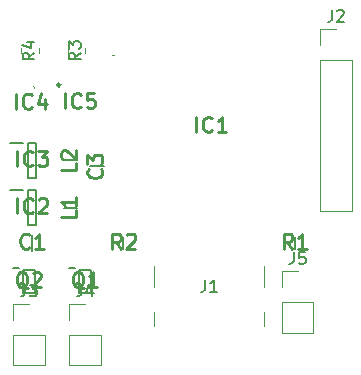
<source format=gbr>
%TF.GenerationSoftware,KiCad,Pcbnew,(7.0.0)*%
%TF.CreationDate,2023-03-11T14:16:37+01:00*%
%TF.ProjectId,AVI_Computer,4156495f-436f-46d7-9075-7465722e6b69,rev?*%
%TF.SameCoordinates,Original*%
%TF.FileFunction,Legend,Top*%
%TF.FilePolarity,Positive*%
%FSLAX46Y46*%
G04 Gerber Fmt 4.6, Leading zero omitted, Abs format (unit mm)*
G04 Created by KiCad (PCBNEW (7.0.0)) date 2023-03-11 14:16:37*
%MOMM*%
%LPD*%
G01*
G04 APERTURE LIST*
%ADD10C,0.150000*%
%ADD11C,0.254000*%
%ADD12C,0.120000*%
%ADD13C,0.200000*%
%ADD14C,0.100000*%
%ADD15C,0.250000*%
G04 APERTURE END LIST*
D10*
%TO.C,J1*%
X160416666Y-123617380D02*
X160416666Y-124331666D01*
X160416666Y-124331666D02*
X160369047Y-124474523D01*
X160369047Y-124474523D02*
X160273809Y-124569761D01*
X160273809Y-124569761D02*
X160130952Y-124617380D01*
X160130952Y-124617380D02*
X160035714Y-124617380D01*
X161416666Y-124617380D02*
X160845238Y-124617380D01*
X161130952Y-124617380D02*
X161130952Y-123617380D01*
X161130952Y-123617380D02*
X161035714Y-123760238D01*
X161035714Y-123760238D02*
X160940476Y-123855476D01*
X160940476Y-123855476D02*
X160845238Y-123903095D01*
%TO.C,R3*%
X149867380Y-104366666D02*
X149391190Y-104699999D01*
X149867380Y-104938094D02*
X148867380Y-104938094D01*
X148867380Y-104938094D02*
X148867380Y-104557142D01*
X148867380Y-104557142D02*
X148915000Y-104461904D01*
X148915000Y-104461904D02*
X148962619Y-104414285D01*
X148962619Y-104414285D02*
X149057857Y-104366666D01*
X149057857Y-104366666D02*
X149200714Y-104366666D01*
X149200714Y-104366666D02*
X149295952Y-104414285D01*
X149295952Y-104414285D02*
X149343571Y-104461904D01*
X149343571Y-104461904D02*
X149391190Y-104557142D01*
X149391190Y-104557142D02*
X149391190Y-104938094D01*
X148867380Y-104033332D02*
X148867380Y-103414285D01*
X148867380Y-103414285D02*
X149248333Y-103747618D01*
X149248333Y-103747618D02*
X149248333Y-103604761D01*
X149248333Y-103604761D02*
X149295952Y-103509523D01*
X149295952Y-103509523D02*
X149343571Y-103461904D01*
X149343571Y-103461904D02*
X149438809Y-103414285D01*
X149438809Y-103414285D02*
X149676904Y-103414285D01*
X149676904Y-103414285D02*
X149772142Y-103461904D01*
X149772142Y-103461904D02*
X149819761Y-103509523D01*
X149819761Y-103509523D02*
X149867380Y-103604761D01*
X149867380Y-103604761D02*
X149867380Y-103890475D01*
X149867380Y-103890475D02*
X149819761Y-103985713D01*
X149819761Y-103985713D02*
X149772142Y-104033332D01*
D11*
%TO.C,R2*%
X153288333Y-120966573D02*
X152864999Y-120361811D01*
X152562618Y-120966573D02*
X152562618Y-119696573D01*
X152562618Y-119696573D02*
X153046428Y-119696573D01*
X153046428Y-119696573D02*
X153167380Y-119757050D01*
X153167380Y-119757050D02*
X153227857Y-119817526D01*
X153227857Y-119817526D02*
X153288333Y-119938478D01*
X153288333Y-119938478D02*
X153288333Y-120119907D01*
X153288333Y-120119907D02*
X153227857Y-120240859D01*
X153227857Y-120240859D02*
X153167380Y-120301335D01*
X153167380Y-120301335D02*
X153046428Y-120361811D01*
X153046428Y-120361811D02*
X152562618Y-120361811D01*
X153772142Y-119817526D02*
X153832618Y-119757050D01*
X153832618Y-119757050D02*
X153953571Y-119696573D01*
X153953571Y-119696573D02*
X154255952Y-119696573D01*
X154255952Y-119696573D02*
X154376904Y-119757050D01*
X154376904Y-119757050D02*
X154437380Y-119817526D01*
X154437380Y-119817526D02*
X154497857Y-119938478D01*
X154497857Y-119938478D02*
X154497857Y-120059430D01*
X154497857Y-120059430D02*
X154437380Y-120240859D01*
X154437380Y-120240859D02*
X153711666Y-120966573D01*
X153711666Y-120966573D02*
X154497857Y-120966573D01*
D10*
%TO.C,J2*%
X171166666Y-100747380D02*
X171166666Y-101461666D01*
X171166666Y-101461666D02*
X171119047Y-101604523D01*
X171119047Y-101604523D02*
X171023809Y-101699761D01*
X171023809Y-101699761D02*
X170880952Y-101747380D01*
X170880952Y-101747380D02*
X170785714Y-101747380D01*
X171595238Y-100842619D02*
X171642857Y-100795000D01*
X171642857Y-100795000D02*
X171738095Y-100747380D01*
X171738095Y-100747380D02*
X171976190Y-100747380D01*
X171976190Y-100747380D02*
X172071428Y-100795000D01*
X172071428Y-100795000D02*
X172119047Y-100842619D01*
X172119047Y-100842619D02*
X172166666Y-100937857D01*
X172166666Y-100937857D02*
X172166666Y-101033095D01*
X172166666Y-101033095D02*
X172119047Y-101175952D01*
X172119047Y-101175952D02*
X171547619Y-101747380D01*
X171547619Y-101747380D02*
X172166666Y-101747380D01*
D11*
%TO.C,R1*%
X167788333Y-120966573D02*
X167364999Y-120361811D01*
X167062618Y-120966573D02*
X167062618Y-119696573D01*
X167062618Y-119696573D02*
X167546428Y-119696573D01*
X167546428Y-119696573D02*
X167667380Y-119757050D01*
X167667380Y-119757050D02*
X167727857Y-119817526D01*
X167727857Y-119817526D02*
X167788333Y-119938478D01*
X167788333Y-119938478D02*
X167788333Y-120119907D01*
X167788333Y-120119907D02*
X167727857Y-120240859D01*
X167727857Y-120240859D02*
X167667380Y-120301335D01*
X167667380Y-120301335D02*
X167546428Y-120361811D01*
X167546428Y-120361811D02*
X167062618Y-120361811D01*
X168997857Y-120966573D02*
X168272142Y-120966573D01*
X168634999Y-120966573D02*
X168634999Y-119696573D01*
X168634999Y-119696573D02*
X168514047Y-119878002D01*
X168514047Y-119878002D02*
X168393095Y-119998954D01*
X168393095Y-119998954D02*
X168272142Y-120059430D01*
D10*
%TO.C,J3*%
X145166666Y-124012380D02*
X145166666Y-124726666D01*
X145166666Y-124726666D02*
X145119047Y-124869523D01*
X145119047Y-124869523D02*
X145023809Y-124964761D01*
X145023809Y-124964761D02*
X144880952Y-125012380D01*
X144880952Y-125012380D02*
X144785714Y-125012380D01*
X145547619Y-124012380D02*
X146166666Y-124012380D01*
X146166666Y-124012380D02*
X145833333Y-124393333D01*
X145833333Y-124393333D02*
X145976190Y-124393333D01*
X145976190Y-124393333D02*
X146071428Y-124440952D01*
X146071428Y-124440952D02*
X146119047Y-124488571D01*
X146119047Y-124488571D02*
X146166666Y-124583809D01*
X146166666Y-124583809D02*
X146166666Y-124821904D01*
X146166666Y-124821904D02*
X146119047Y-124917142D01*
X146119047Y-124917142D02*
X146071428Y-124964761D01*
X146071428Y-124964761D02*
X145976190Y-125012380D01*
X145976190Y-125012380D02*
X145690476Y-125012380D01*
X145690476Y-125012380D02*
X145595238Y-124964761D01*
X145595238Y-124964761D02*
X145547619Y-124917142D01*
%TO.C,J5*%
X167916666Y-121262380D02*
X167916666Y-121976666D01*
X167916666Y-121976666D02*
X167869047Y-122119523D01*
X167869047Y-122119523D02*
X167773809Y-122214761D01*
X167773809Y-122214761D02*
X167630952Y-122262380D01*
X167630952Y-122262380D02*
X167535714Y-122262380D01*
X168869047Y-121262380D02*
X168392857Y-121262380D01*
X168392857Y-121262380D02*
X168345238Y-121738571D01*
X168345238Y-121738571D02*
X168392857Y-121690952D01*
X168392857Y-121690952D02*
X168488095Y-121643333D01*
X168488095Y-121643333D02*
X168726190Y-121643333D01*
X168726190Y-121643333D02*
X168821428Y-121690952D01*
X168821428Y-121690952D02*
X168869047Y-121738571D01*
X168869047Y-121738571D02*
X168916666Y-121833809D01*
X168916666Y-121833809D02*
X168916666Y-122071904D01*
X168916666Y-122071904D02*
X168869047Y-122167142D01*
X168869047Y-122167142D02*
X168821428Y-122214761D01*
X168821428Y-122214761D02*
X168726190Y-122262380D01*
X168726190Y-122262380D02*
X168488095Y-122262380D01*
X168488095Y-122262380D02*
X168392857Y-122214761D01*
X168392857Y-122214761D02*
X168345238Y-122167142D01*
D11*
%TO.C,Q2*%
X145379047Y-124337526D02*
X145258095Y-124277050D01*
X145258095Y-124277050D02*
X145137142Y-124156097D01*
X145137142Y-124156097D02*
X144955714Y-123974669D01*
X144955714Y-123974669D02*
X144834761Y-123914192D01*
X144834761Y-123914192D02*
X144713809Y-123914192D01*
X144774285Y-124216573D02*
X144653333Y-124156097D01*
X144653333Y-124156097D02*
X144532380Y-124035145D01*
X144532380Y-124035145D02*
X144471904Y-123793240D01*
X144471904Y-123793240D02*
X144471904Y-123369907D01*
X144471904Y-123369907D02*
X144532380Y-123128002D01*
X144532380Y-123128002D02*
X144653333Y-123007050D01*
X144653333Y-123007050D02*
X144774285Y-122946573D01*
X144774285Y-122946573D02*
X145016190Y-122946573D01*
X145016190Y-122946573D02*
X145137142Y-123007050D01*
X145137142Y-123007050D02*
X145258095Y-123128002D01*
X145258095Y-123128002D02*
X145318571Y-123369907D01*
X145318571Y-123369907D02*
X145318571Y-123793240D01*
X145318571Y-123793240D02*
X145258095Y-124035145D01*
X145258095Y-124035145D02*
X145137142Y-124156097D01*
X145137142Y-124156097D02*
X145016190Y-124216573D01*
X145016190Y-124216573D02*
X144774285Y-124216573D01*
X145802380Y-123067526D02*
X145862856Y-123007050D01*
X145862856Y-123007050D02*
X145983809Y-122946573D01*
X145983809Y-122946573D02*
X146286190Y-122946573D01*
X146286190Y-122946573D02*
X146407142Y-123007050D01*
X146407142Y-123007050D02*
X146467618Y-123067526D01*
X146467618Y-123067526D02*
X146528095Y-123188478D01*
X146528095Y-123188478D02*
X146528095Y-123309430D01*
X146528095Y-123309430D02*
X146467618Y-123490859D01*
X146467618Y-123490859D02*
X145741904Y-124216573D01*
X145741904Y-124216573D02*
X146528095Y-124216573D01*
%TO.C,IC3*%
X144510237Y-113966573D02*
X144510237Y-112696573D01*
X145840714Y-113845621D02*
X145780238Y-113906097D01*
X145780238Y-113906097D02*
X145598809Y-113966573D01*
X145598809Y-113966573D02*
X145477857Y-113966573D01*
X145477857Y-113966573D02*
X145296428Y-113906097D01*
X145296428Y-113906097D02*
X145175476Y-113785145D01*
X145175476Y-113785145D02*
X145114999Y-113664192D01*
X145114999Y-113664192D02*
X145054523Y-113422288D01*
X145054523Y-113422288D02*
X145054523Y-113240859D01*
X145054523Y-113240859D02*
X145114999Y-112998954D01*
X145114999Y-112998954D02*
X145175476Y-112878002D01*
X145175476Y-112878002D02*
X145296428Y-112757050D01*
X145296428Y-112757050D02*
X145477857Y-112696573D01*
X145477857Y-112696573D02*
X145598809Y-112696573D01*
X145598809Y-112696573D02*
X145780238Y-112757050D01*
X145780238Y-112757050D02*
X145840714Y-112817526D01*
X146264047Y-112696573D02*
X147050238Y-112696573D01*
X147050238Y-112696573D02*
X146626904Y-113180383D01*
X146626904Y-113180383D02*
X146808333Y-113180383D01*
X146808333Y-113180383D02*
X146929285Y-113240859D01*
X146929285Y-113240859D02*
X146989761Y-113301335D01*
X146989761Y-113301335D02*
X147050238Y-113422288D01*
X147050238Y-113422288D02*
X147050238Y-113724669D01*
X147050238Y-113724669D02*
X146989761Y-113845621D01*
X146989761Y-113845621D02*
X146929285Y-113906097D01*
X146929285Y-113906097D02*
X146808333Y-113966573D01*
X146808333Y-113966573D02*
X146445476Y-113966573D01*
X146445476Y-113966573D02*
X146324523Y-113906097D01*
X146324523Y-113906097D02*
X146264047Y-113845621D01*
%TO.C,IC2*%
X144510237Y-117966573D02*
X144510237Y-116696573D01*
X145840714Y-117845621D02*
X145780238Y-117906097D01*
X145780238Y-117906097D02*
X145598809Y-117966573D01*
X145598809Y-117966573D02*
X145477857Y-117966573D01*
X145477857Y-117966573D02*
X145296428Y-117906097D01*
X145296428Y-117906097D02*
X145175476Y-117785145D01*
X145175476Y-117785145D02*
X145114999Y-117664192D01*
X145114999Y-117664192D02*
X145054523Y-117422288D01*
X145054523Y-117422288D02*
X145054523Y-117240859D01*
X145054523Y-117240859D02*
X145114999Y-116998954D01*
X145114999Y-116998954D02*
X145175476Y-116878002D01*
X145175476Y-116878002D02*
X145296428Y-116757050D01*
X145296428Y-116757050D02*
X145477857Y-116696573D01*
X145477857Y-116696573D02*
X145598809Y-116696573D01*
X145598809Y-116696573D02*
X145780238Y-116757050D01*
X145780238Y-116757050D02*
X145840714Y-116817526D01*
X146324523Y-116817526D02*
X146384999Y-116757050D01*
X146384999Y-116757050D02*
X146505952Y-116696573D01*
X146505952Y-116696573D02*
X146808333Y-116696573D01*
X146808333Y-116696573D02*
X146929285Y-116757050D01*
X146929285Y-116757050D02*
X146989761Y-116817526D01*
X146989761Y-116817526D02*
X147050238Y-116938478D01*
X147050238Y-116938478D02*
X147050238Y-117059430D01*
X147050238Y-117059430D02*
X146989761Y-117240859D01*
X146989761Y-117240859D02*
X146264047Y-117966573D01*
X146264047Y-117966573D02*
X147050238Y-117966573D01*
%TO.C,L2*%
X149466573Y-113711666D02*
X149466573Y-114316428D01*
X149466573Y-114316428D02*
X148196573Y-114316428D01*
X148317526Y-113348809D02*
X148257050Y-113288333D01*
X148257050Y-113288333D02*
X148196573Y-113167380D01*
X148196573Y-113167380D02*
X148196573Y-112864999D01*
X148196573Y-112864999D02*
X148257050Y-112744047D01*
X148257050Y-112744047D02*
X148317526Y-112683571D01*
X148317526Y-112683571D02*
X148438478Y-112623094D01*
X148438478Y-112623094D02*
X148559430Y-112623094D01*
X148559430Y-112623094D02*
X148740859Y-112683571D01*
X148740859Y-112683571D02*
X149466573Y-113409285D01*
X149466573Y-113409285D02*
X149466573Y-112623094D01*
D10*
%TO.C,J4*%
X149916666Y-124012380D02*
X149916666Y-124726666D01*
X149916666Y-124726666D02*
X149869047Y-124869523D01*
X149869047Y-124869523D02*
X149773809Y-124964761D01*
X149773809Y-124964761D02*
X149630952Y-125012380D01*
X149630952Y-125012380D02*
X149535714Y-125012380D01*
X150821428Y-124345714D02*
X150821428Y-125012380D01*
X150583333Y-123964761D02*
X150345238Y-124679047D01*
X150345238Y-124679047D02*
X150964285Y-124679047D01*
D11*
%TO.C,IC4*%
X144410237Y-109116573D02*
X144410237Y-107846573D01*
X145740714Y-108995621D02*
X145680238Y-109056097D01*
X145680238Y-109056097D02*
X145498809Y-109116573D01*
X145498809Y-109116573D02*
X145377857Y-109116573D01*
X145377857Y-109116573D02*
X145196428Y-109056097D01*
X145196428Y-109056097D02*
X145075476Y-108935145D01*
X145075476Y-108935145D02*
X145014999Y-108814192D01*
X145014999Y-108814192D02*
X144954523Y-108572288D01*
X144954523Y-108572288D02*
X144954523Y-108390859D01*
X144954523Y-108390859D02*
X145014999Y-108148954D01*
X145014999Y-108148954D02*
X145075476Y-108028002D01*
X145075476Y-108028002D02*
X145196428Y-107907050D01*
X145196428Y-107907050D02*
X145377857Y-107846573D01*
X145377857Y-107846573D02*
X145498809Y-107846573D01*
X145498809Y-107846573D02*
X145680238Y-107907050D01*
X145680238Y-107907050D02*
X145740714Y-107967526D01*
X146829285Y-108269907D02*
X146829285Y-109116573D01*
X146526904Y-107786097D02*
X146224523Y-108693240D01*
X146224523Y-108693240D02*
X147010714Y-108693240D01*
%TO.C,IC5*%
X148560237Y-109066573D02*
X148560237Y-107796573D01*
X149890714Y-108945621D02*
X149830238Y-109006097D01*
X149830238Y-109006097D02*
X149648809Y-109066573D01*
X149648809Y-109066573D02*
X149527857Y-109066573D01*
X149527857Y-109066573D02*
X149346428Y-109006097D01*
X149346428Y-109006097D02*
X149225476Y-108885145D01*
X149225476Y-108885145D02*
X149164999Y-108764192D01*
X149164999Y-108764192D02*
X149104523Y-108522288D01*
X149104523Y-108522288D02*
X149104523Y-108340859D01*
X149104523Y-108340859D02*
X149164999Y-108098954D01*
X149164999Y-108098954D02*
X149225476Y-107978002D01*
X149225476Y-107978002D02*
X149346428Y-107857050D01*
X149346428Y-107857050D02*
X149527857Y-107796573D01*
X149527857Y-107796573D02*
X149648809Y-107796573D01*
X149648809Y-107796573D02*
X149830238Y-107857050D01*
X149830238Y-107857050D02*
X149890714Y-107917526D01*
X151039761Y-107796573D02*
X150434999Y-107796573D01*
X150434999Y-107796573D02*
X150374523Y-108401335D01*
X150374523Y-108401335D02*
X150434999Y-108340859D01*
X150434999Y-108340859D02*
X150555952Y-108280383D01*
X150555952Y-108280383D02*
X150858333Y-108280383D01*
X150858333Y-108280383D02*
X150979285Y-108340859D01*
X150979285Y-108340859D02*
X151039761Y-108401335D01*
X151039761Y-108401335D02*
X151100238Y-108522288D01*
X151100238Y-108522288D02*
X151100238Y-108824669D01*
X151100238Y-108824669D02*
X151039761Y-108945621D01*
X151039761Y-108945621D02*
X150979285Y-109006097D01*
X150979285Y-109006097D02*
X150858333Y-109066573D01*
X150858333Y-109066573D02*
X150555952Y-109066573D01*
X150555952Y-109066573D02*
X150434999Y-109006097D01*
X150434999Y-109006097D02*
X150374523Y-108945621D01*
%TO.C,C1*%
X145538333Y-120845621D02*
X145477857Y-120906097D01*
X145477857Y-120906097D02*
X145296428Y-120966573D01*
X145296428Y-120966573D02*
X145175476Y-120966573D01*
X145175476Y-120966573D02*
X144994047Y-120906097D01*
X144994047Y-120906097D02*
X144873095Y-120785145D01*
X144873095Y-120785145D02*
X144812618Y-120664192D01*
X144812618Y-120664192D02*
X144752142Y-120422288D01*
X144752142Y-120422288D02*
X144752142Y-120240859D01*
X144752142Y-120240859D02*
X144812618Y-119998954D01*
X144812618Y-119998954D02*
X144873095Y-119878002D01*
X144873095Y-119878002D02*
X144994047Y-119757050D01*
X144994047Y-119757050D02*
X145175476Y-119696573D01*
X145175476Y-119696573D02*
X145296428Y-119696573D01*
X145296428Y-119696573D02*
X145477857Y-119757050D01*
X145477857Y-119757050D02*
X145538333Y-119817526D01*
X146747857Y-120966573D02*
X146022142Y-120966573D01*
X146384999Y-120966573D02*
X146384999Y-119696573D01*
X146384999Y-119696573D02*
X146264047Y-119878002D01*
X146264047Y-119878002D02*
X146143095Y-119998954D01*
X146143095Y-119998954D02*
X146022142Y-120059430D01*
%TO.C,IC1*%
X159660237Y-111071573D02*
X159660237Y-109801573D01*
X160990714Y-110950621D02*
X160930238Y-111011097D01*
X160930238Y-111011097D02*
X160748809Y-111071573D01*
X160748809Y-111071573D02*
X160627857Y-111071573D01*
X160627857Y-111071573D02*
X160446428Y-111011097D01*
X160446428Y-111011097D02*
X160325476Y-110890145D01*
X160325476Y-110890145D02*
X160264999Y-110769192D01*
X160264999Y-110769192D02*
X160204523Y-110527288D01*
X160204523Y-110527288D02*
X160204523Y-110345859D01*
X160204523Y-110345859D02*
X160264999Y-110103954D01*
X160264999Y-110103954D02*
X160325476Y-109983002D01*
X160325476Y-109983002D02*
X160446428Y-109862050D01*
X160446428Y-109862050D02*
X160627857Y-109801573D01*
X160627857Y-109801573D02*
X160748809Y-109801573D01*
X160748809Y-109801573D02*
X160930238Y-109862050D01*
X160930238Y-109862050D02*
X160990714Y-109922526D01*
X162200238Y-111071573D02*
X161474523Y-111071573D01*
X161837380Y-111071573D02*
X161837380Y-109801573D01*
X161837380Y-109801573D02*
X161716428Y-109983002D01*
X161716428Y-109983002D02*
X161595476Y-110103954D01*
X161595476Y-110103954D02*
X161474523Y-110164430D01*
%TO.C,Q1*%
X150129047Y-124337526D02*
X150008095Y-124277050D01*
X150008095Y-124277050D02*
X149887142Y-124156097D01*
X149887142Y-124156097D02*
X149705714Y-123974669D01*
X149705714Y-123974669D02*
X149584761Y-123914192D01*
X149584761Y-123914192D02*
X149463809Y-123914192D01*
X149524285Y-124216573D02*
X149403333Y-124156097D01*
X149403333Y-124156097D02*
X149282380Y-124035145D01*
X149282380Y-124035145D02*
X149221904Y-123793240D01*
X149221904Y-123793240D02*
X149221904Y-123369907D01*
X149221904Y-123369907D02*
X149282380Y-123128002D01*
X149282380Y-123128002D02*
X149403333Y-123007050D01*
X149403333Y-123007050D02*
X149524285Y-122946573D01*
X149524285Y-122946573D02*
X149766190Y-122946573D01*
X149766190Y-122946573D02*
X149887142Y-123007050D01*
X149887142Y-123007050D02*
X150008095Y-123128002D01*
X150008095Y-123128002D02*
X150068571Y-123369907D01*
X150068571Y-123369907D02*
X150068571Y-123793240D01*
X150068571Y-123793240D02*
X150008095Y-124035145D01*
X150008095Y-124035145D02*
X149887142Y-124156097D01*
X149887142Y-124156097D02*
X149766190Y-124216573D01*
X149766190Y-124216573D02*
X149524285Y-124216573D01*
X151278095Y-124216573D02*
X150552380Y-124216573D01*
X150915237Y-124216573D02*
X150915237Y-122946573D01*
X150915237Y-122946573D02*
X150794285Y-123128002D01*
X150794285Y-123128002D02*
X150673333Y-123248954D01*
X150673333Y-123248954D02*
X150552380Y-123309430D01*
%TO.C,L1*%
X149466573Y-117711666D02*
X149466573Y-118316428D01*
X149466573Y-118316428D02*
X148196573Y-118316428D01*
X149466573Y-116623094D02*
X149466573Y-117348809D01*
X149466573Y-116985952D02*
X148196573Y-116985952D01*
X148196573Y-116985952D02*
X148378002Y-117106904D01*
X148378002Y-117106904D02*
X148498954Y-117227856D01*
X148498954Y-117227856D02*
X148559430Y-117348809D01*
%TO.C,C3*%
X151595621Y-114211666D02*
X151656097Y-114272142D01*
X151656097Y-114272142D02*
X151716573Y-114453571D01*
X151716573Y-114453571D02*
X151716573Y-114574523D01*
X151716573Y-114574523D02*
X151656097Y-114755952D01*
X151656097Y-114755952D02*
X151535145Y-114876904D01*
X151535145Y-114876904D02*
X151414192Y-114937381D01*
X151414192Y-114937381D02*
X151172288Y-114997857D01*
X151172288Y-114997857D02*
X150990859Y-114997857D01*
X150990859Y-114997857D02*
X150748954Y-114937381D01*
X150748954Y-114937381D02*
X150628002Y-114876904D01*
X150628002Y-114876904D02*
X150507050Y-114755952D01*
X150507050Y-114755952D02*
X150446573Y-114574523D01*
X150446573Y-114574523D02*
X150446573Y-114453571D01*
X150446573Y-114453571D02*
X150507050Y-114272142D01*
X150507050Y-114272142D02*
X150567526Y-114211666D01*
X150446573Y-113788333D02*
X150446573Y-113002142D01*
X150446573Y-113002142D02*
X150930383Y-113425476D01*
X150930383Y-113425476D02*
X150930383Y-113244047D01*
X150930383Y-113244047D02*
X150990859Y-113123095D01*
X150990859Y-113123095D02*
X151051335Y-113062619D01*
X151051335Y-113062619D02*
X151172288Y-113002142D01*
X151172288Y-113002142D02*
X151474669Y-113002142D01*
X151474669Y-113002142D02*
X151595621Y-113062619D01*
X151595621Y-113062619D02*
X151656097Y-113123095D01*
X151656097Y-113123095D02*
X151716573Y-113244047D01*
X151716573Y-113244047D02*
X151716573Y-113606904D01*
X151716573Y-113606904D02*
X151656097Y-113727857D01*
X151656097Y-113727857D02*
X151595621Y-113788333D01*
D10*
%TO.C,R4*%
X145967380Y-104366666D02*
X145491190Y-104699999D01*
X145967380Y-104938094D02*
X144967380Y-104938094D01*
X144967380Y-104938094D02*
X144967380Y-104557142D01*
X144967380Y-104557142D02*
X145015000Y-104461904D01*
X145015000Y-104461904D02*
X145062619Y-104414285D01*
X145062619Y-104414285D02*
X145157857Y-104366666D01*
X145157857Y-104366666D02*
X145300714Y-104366666D01*
X145300714Y-104366666D02*
X145395952Y-104414285D01*
X145395952Y-104414285D02*
X145443571Y-104461904D01*
X145443571Y-104461904D02*
X145491190Y-104557142D01*
X145491190Y-104557142D02*
X145491190Y-104938094D01*
X145300714Y-103509523D02*
X145967380Y-103509523D01*
X144919761Y-103747618D02*
X145634047Y-103985713D01*
X145634047Y-103985713D02*
X145634047Y-103366666D01*
D12*
%TO.C,J1*%
X156080000Y-124250000D02*
X156080000Y-122450000D01*
X156080000Y-126350000D02*
X156080000Y-127500000D01*
X165420000Y-124250000D02*
X165420000Y-122450000D01*
X165420000Y-126350000D02*
X165420000Y-127500000D01*
%TO.C,R3*%
X148765000Y-104427064D02*
X148765000Y-103972936D01*
X150235000Y-104427064D02*
X150235000Y-103972936D01*
D13*
%TO.C,R2*%
X153500000Y-119975000D02*
X153500000Y-121025000D01*
D12*
%TO.C,J2*%
X170170000Y-102380000D02*
X171500000Y-102380000D01*
X170170000Y-103710000D02*
X170170000Y-102380000D01*
X170170000Y-104980000D02*
X170170000Y-117740000D01*
X170170000Y-104980000D02*
X172830000Y-104980000D01*
X170170000Y-117740000D02*
X172830000Y-117740000D01*
X172830000Y-104980000D02*
X172830000Y-117740000D01*
D13*
%TO.C,R1*%
X168000000Y-121025000D02*
X168000000Y-119975000D01*
D12*
%TO.C,J3*%
X144170000Y-125645000D02*
X145500000Y-125645000D01*
X144170000Y-126975000D02*
X144170000Y-125645000D01*
X144170000Y-128245000D02*
X144170000Y-130845000D01*
X144170000Y-128245000D02*
X146830000Y-128245000D01*
X144170000Y-130845000D02*
X146830000Y-130845000D01*
X146830000Y-128245000D02*
X146830000Y-130845000D01*
%TO.C,J5*%
X166920000Y-122895000D02*
X168250000Y-122895000D01*
X166920000Y-124225000D02*
X166920000Y-122895000D01*
X166920000Y-125495000D02*
X166920000Y-128095000D01*
X166920000Y-125495000D02*
X169580000Y-125495000D01*
X166920000Y-128095000D02*
X169580000Y-128095000D01*
X169580000Y-125495000D02*
X169580000Y-128095000D01*
D13*
%TO.C,Q2*%
X144175000Y-122625000D02*
X144650000Y-122625000D01*
X145000000Y-122750000D02*
X146000000Y-122750000D01*
X145000000Y-124750000D02*
X145000000Y-122750000D01*
X146000000Y-122750000D02*
X146000000Y-124750000D01*
X146000000Y-124750000D02*
X145000000Y-124750000D01*
%TO.C,IC3*%
X143875000Y-111997000D02*
X145025000Y-111997000D01*
X145375000Y-112040000D02*
X146125000Y-112040000D01*
X145375000Y-114960000D02*
X145375000Y-112040000D01*
X146125000Y-112040000D02*
X146125000Y-114960000D01*
X146125000Y-114960000D02*
X145375000Y-114960000D01*
%TO.C,IC2*%
X143875000Y-115997000D02*
X145025000Y-115997000D01*
X145375000Y-116040000D02*
X146125000Y-116040000D01*
X145375000Y-118960000D02*
X145375000Y-116040000D01*
X146125000Y-116040000D02*
X146125000Y-118960000D01*
X146125000Y-118960000D02*
X145375000Y-118960000D01*
%TO.C,L2*%
X149525000Y-113500000D02*
X148475000Y-113500000D01*
D12*
%TO.C,J4*%
X148920000Y-125645000D02*
X150250000Y-125645000D01*
X148920000Y-126975000D02*
X148920000Y-125645000D01*
X148920000Y-128245000D02*
X148920000Y-130845000D01*
X148920000Y-128245000D02*
X151580000Y-128245000D01*
X148920000Y-130845000D02*
X151580000Y-130845000D01*
X151580000Y-128245000D02*
X151580000Y-130845000D01*
D14*
%TO.C,IC4*%
X145900000Y-107250000D02*
X145900000Y-107250000D01*
X145900000Y-107350000D02*
X145900000Y-107350000D01*
X145900000Y-107350000D02*
G75*
G03*
X145900000Y-107250000I0J50000D01*
G01*
X145900000Y-107250000D02*
G75*
G03*
X145900000Y-107350000I0J-50000D01*
G01*
D15*
%TO.C,IC5*%
X148150000Y-107100000D02*
G75*
G03*
X148150000Y-107100000I-125000J0D01*
G01*
D13*
%TO.C,C1*%
X145750000Y-119800000D02*
X145750000Y-121200000D01*
D14*
%TO.C,IC1*%
X152600000Y-104605000D02*
X152600000Y-104605000D01*
X152700000Y-104605000D02*
X152700000Y-104605000D01*
X152700000Y-104605000D02*
G75*
G03*
X152600000Y-104605000I-50000J0D01*
G01*
X152600000Y-104605000D02*
G75*
G03*
X152700000Y-104605000I50000J0D01*
G01*
D13*
%TO.C,Q1*%
X148925000Y-122625000D02*
X149400000Y-122625000D01*
X149750000Y-122750000D02*
X150750000Y-122750000D01*
X149750000Y-124750000D02*
X149750000Y-122750000D01*
X150750000Y-122750000D02*
X150750000Y-124750000D01*
X150750000Y-124750000D02*
X149750000Y-124750000D01*
%TO.C,L1*%
X149525000Y-117500000D02*
X148475000Y-117500000D01*
%TO.C,C3*%
X150675000Y-114000000D02*
X151825000Y-114000000D01*
D12*
%TO.C,R4*%
X144865000Y-104427064D02*
X144865000Y-103972936D01*
X146335000Y-104427064D02*
X146335000Y-103972936D01*
%TD*%
M02*

</source>
